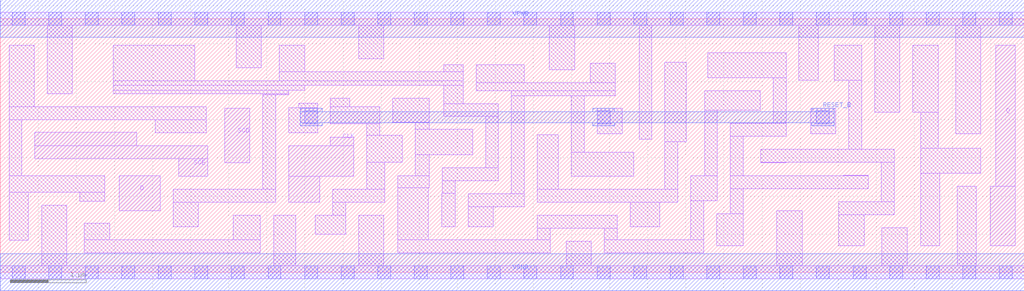
<source format=lef>
# Copyright 2020 The SkyWater PDK Authors
#
# Licensed under the Apache License, Version 2.0 (the "License");
# you may not use this file except in compliance with the License.
# You may obtain a copy of the License at
#
#     https://www.apache.org/licenses/LICENSE-2.0
#
# Unless required by applicable law or agreed to in writing, software
# distributed under the License is distributed on an "AS IS" BASIS,
# WITHOUT WARRANTIES OR CONDITIONS OF ANY KIND, either express or implied.
# See the License for the specific language governing permissions and
# limitations under the License.
#
# SPDX-License-Identifier: Apache-2.0

VERSION 5.7 ;
  NAMESCASESENSITIVE ON ;
  NOWIREEXTENSIONATPIN ON ;
  DIVIDERCHAR "/" ;
  BUSBITCHARS "[]" ;
UNITS
  DATABASE MICRONS 200 ;
END UNITS
MACRO sky130_fd_sc_ms__sdfrtp_1
  CLASS CORE ;
  SOURCE USER ;
  FOREIGN sky130_fd_sc_ms__sdfrtp_1 ;
  ORIGIN  0.000000  0.000000 ;
  SIZE  13.44000 BY  3.330000 ;
  SYMMETRY X Y R90 ;
  SITE unit ;
  PIN D
    ANTENNAGATEAREA  0.178200 ;
    DIRECTION INPUT ;
    USE SIGNAL ;
    PORT
      LAYER li1 ;
        RECT 1.565000 0.810000 2.100000 1.265000 ;
    END
  END D
  PIN Q
    ANTENNADIFFAREA  0.524500 ;
    DIRECTION OUTPUT ;
    USE SIGNAL ;
    PORT
      LAYER li1 ;
        RECT 12.995000 0.350000 13.325000 1.130000 ;
        RECT 13.070000 1.130000 13.325000 2.980000 ;
    END
  END Q
  PIN RESET_B
    ANTENNAGATEAREA  0.455400 ;
    DIRECTION INPUT ;
    USE SIGNAL ;
    PORT
      LAYER met1 ;
        RECT  3.935000 1.920000  4.225000 1.965000 ;
        RECT  3.935000 1.965000 10.945000 2.105000 ;
        RECT  3.935000 2.105000  4.225000 2.150000 ;
        RECT  7.775000 1.920000  8.065000 1.965000 ;
        RECT  7.775000 2.105000  8.065000 2.150000 ;
        RECT 10.655000 1.920000 10.945000 1.965000 ;
        RECT 10.655000 2.105000 10.945000 2.150000 ;
    END
  END RESET_B
  PIN SCD
    ANTENNAGATEAREA  0.178200 ;
    DIRECTION INPUT ;
    USE SIGNAL ;
    PORT
      LAYER li1 ;
        RECT 2.945000 1.440000 3.275000 2.150000 ;
    END
  END SCD
  PIN SCE
    ANTENNAGATEAREA  0.356400 ;
    DIRECTION INPUT ;
    USE SIGNAL ;
    PORT
      LAYER li1 ;
        RECT 0.455000 1.490000 2.725000 1.660000 ;
        RECT 0.455000 1.660000 1.795000 1.835000 ;
        RECT 2.345000 1.260000 2.725000 1.490000 ;
    END
  END SCE
  PIN CLK
    ANTENNAGATEAREA  0.312600 ;
    DIRECTION INPUT ;
    USE CLOCK ;
    PORT
      LAYER li1 ;
        RECT 3.785000 0.920000 4.195000 1.260000 ;
        RECT 3.785000 1.260000 4.640000 1.660000 ;
        RECT 4.335000 1.660000 4.640000 1.775000 ;
    END
  END CLK
  PIN VGND
    DIRECTION INOUT ;
    USE GROUND ;
    PORT
      LAYER met1 ;
        RECT 0.000000 -0.245000 13.440000 0.245000 ;
    END
  END VGND
  PIN VPWR
    DIRECTION INOUT ;
    USE POWER ;
    PORT
      LAYER met1 ;
        RECT 0.000000 3.085000 13.440000 3.575000 ;
    END
  END VPWR
  OBS
    LAYER li1 ;
      RECT  0.000000 -0.085000 13.440000 0.085000 ;
      RECT  0.000000  3.245000 13.440000 3.415000 ;
      RECT  0.115000  0.420000  0.365000 1.050000 ;
      RECT  0.115000  1.050000  1.375000 1.265000 ;
      RECT  0.115000  1.265000  0.285000 2.005000 ;
      RECT  0.115000  2.005000  2.705000 2.175000 ;
      RECT  0.115000  2.175000  0.445000 2.980000 ;
      RECT  0.545000  0.085000  0.875000 0.880000 ;
      RECT  0.615000  2.345000  0.945000 3.245000 ;
      RECT  1.045000  0.935000  1.375000 1.050000 ;
      RECT  1.105000  0.255000  3.410000 0.425000 ;
      RECT  1.105000  0.425000  1.435000 0.640000 ;
      RECT  1.485000  2.345000  3.785000 2.390000 ;
      RECT  1.485000  2.390000  3.995000 2.455000 ;
      RECT  1.485000  2.455000  6.075000 2.515000 ;
      RECT  1.485000  2.515000  2.555000 2.980000 ;
      RECT  2.035000  1.830000  2.705000 2.005000 ;
      RECT  2.270000  0.595000  2.600000 0.920000 ;
      RECT  2.270000  0.920000  3.615000 1.090000 ;
      RECT  3.060000  0.425000  3.410000 0.750000 ;
      RECT  3.095000  2.685000  3.425000 3.245000 ;
      RECT  3.445000  1.090000  3.615000 2.330000 ;
      RECT  3.445000  2.330000  3.785000 2.345000 ;
      RECT  3.590000  0.085000  3.880000 0.750000 ;
      RECT  3.665000  2.515000  6.075000 2.630000 ;
      RECT  3.665000  2.630000  3.995000 2.980000 ;
      RECT  3.785000  1.830000  4.165000 2.160000 ;
      RECT  3.920000  2.160000  4.165000 2.220000 ;
      RECT  4.135000  0.500000  4.535000 0.750000 ;
      RECT  4.335000  1.950000  4.980000 2.170000 ;
      RECT  4.335000  2.170000  4.585000 2.285000 ;
      RECT  4.365000  0.750000  4.535000 0.920000 ;
      RECT  4.365000  0.920000  5.045000 1.090000 ;
      RECT  4.705000  0.085000  5.035000 0.750000 ;
      RECT  4.705000  2.800000  5.035000 3.245000 ;
      RECT  4.810000  1.090000  5.045000 1.445000 ;
      RECT  4.810000  1.445000  5.280000 1.800000 ;
      RECT  4.810000  1.800000  4.980000 1.950000 ;
      RECT  5.155000  1.970000  5.630000 2.285000 ;
      RECT  5.215000  0.255000  7.220000 0.425000 ;
      RECT  5.215000  0.425000  5.620000 1.110000 ;
      RECT  5.215000  1.110000  5.630000 1.265000 ;
      RECT  5.450000  1.265000  5.630000 1.545000 ;
      RECT  5.450000  1.545000  6.200000 1.875000 ;
      RECT  5.450000  1.875000  5.630000 1.970000 ;
      RECT  5.795000  0.595000  5.975000 1.035000 ;
      RECT  5.800000  1.035000  5.975000 1.200000 ;
      RECT  5.800000  1.200000  6.540000 1.370000 ;
      RECT  5.825000  2.045000  6.540000 2.215000 ;
      RECT  5.825000  2.215000  6.075000 2.455000 ;
      RECT  5.825000  2.630000  6.075000 2.725000 ;
      RECT  6.145000  0.595000  6.470000 0.860000 ;
      RECT  6.145000  0.860000  6.880000 1.030000 ;
      RECT  6.250000  2.385000  8.075000 2.490000 ;
      RECT  6.250000  2.490000  6.880000 2.725000 ;
      RECT  6.370000  1.370000  6.540000 2.045000 ;
      RECT  6.710000  1.030000  6.880000 2.320000 ;
      RECT  6.710000  2.320000  8.075000 2.385000 ;
      RECT  7.050000  0.425000  7.220000 0.580000 ;
      RECT  7.050000  0.580000  8.100000 0.750000 ;
      RECT  7.050000  0.920000  8.895000 1.090000 ;
      RECT  7.050000  1.090000  7.325000 1.805000 ;
      RECT  7.205000  2.660000  7.540000 3.245000 ;
      RECT  7.430000  0.085000  7.760000 0.410000 ;
      RECT  7.495000  1.260000  8.315000 1.575000 ;
      RECT  7.495000  1.575000  7.665000 2.320000 ;
      RECT  7.745000  2.490000  8.075000 2.745000 ;
      RECT  7.835000  1.815000  8.165000 2.150000 ;
      RECT  7.930000  0.255000  9.235000 0.425000 ;
      RECT  7.930000  0.425000  8.100000 0.580000 ;
      RECT  8.270000  0.595000  8.655000 0.920000 ;
      RECT  8.385000  1.745000  8.555000 3.245000 ;
      RECT  8.725000  1.090000  8.895000 1.715000 ;
      RECT  8.725000  1.715000  9.005000 2.755000 ;
      RECT  9.065000  0.425000  9.235000 0.940000 ;
      RECT  9.065000  0.940000  9.415000 1.270000 ;
      RECT  9.245000  1.270000  9.415000 2.125000 ;
      RECT  9.245000  2.125000  9.975000 2.380000 ;
      RECT  9.290000  2.550000 10.315000 2.880000 ;
      RECT  9.405000  0.350000  9.755000 0.770000 ;
      RECT  9.585000  0.770000  9.755000 1.095000 ;
      RECT  9.585000  1.095000 11.395000 1.265000 ;
      RECT  9.585000  1.265000  9.755000 1.785000 ;
      RECT  9.585000  1.785000 10.315000 1.955000 ;
      RECT  9.985000  1.435000 10.315000 1.445000 ;
      RECT  9.985000  1.445000 11.735000 1.615000 ;
      RECT 10.145000  1.955000 10.315000 2.550000 ;
      RECT 10.195000  0.085000 10.525000 0.810000 ;
      RECT 10.485000  2.520000 10.735000 3.245000 ;
      RECT 10.640000  1.820000 10.970000 2.150000 ;
      RECT 10.945000  2.520000 11.310000 2.980000 ;
      RECT 11.010000  0.350000 11.340000 0.755000 ;
      RECT 11.010000  0.755000 11.735000 0.925000 ;
      RECT 11.065000  1.265000 11.395000 1.275000 ;
      RECT 11.140000  1.615000 11.310000 2.520000 ;
      RECT 11.480000  2.100000 11.810000 3.245000 ;
      RECT 11.565000  0.925000 11.735000 1.445000 ;
      RECT 11.570000  0.085000 11.905000 0.585000 ;
      RECT 11.980000  2.100000 12.310000 2.980000 ;
      RECT 12.085000  0.350000 12.335000 1.300000 ;
      RECT 12.085000  1.300000 12.870000 1.630000 ;
      RECT 12.085000  1.630000 12.310000 2.100000 ;
      RECT 12.540000  1.820000 12.870000 3.245000 ;
      RECT 12.565000  0.085000 12.815000 1.130000 ;
    LAYER mcon ;
      RECT  0.155000 -0.085000  0.325000 0.085000 ;
      RECT  0.155000  3.245000  0.325000 3.415000 ;
      RECT  0.635000 -0.085000  0.805000 0.085000 ;
      RECT  0.635000  3.245000  0.805000 3.415000 ;
      RECT  1.115000 -0.085000  1.285000 0.085000 ;
      RECT  1.115000  3.245000  1.285000 3.415000 ;
      RECT  1.595000 -0.085000  1.765000 0.085000 ;
      RECT  1.595000  3.245000  1.765000 3.415000 ;
      RECT  2.075000 -0.085000  2.245000 0.085000 ;
      RECT  2.075000  3.245000  2.245000 3.415000 ;
      RECT  2.555000 -0.085000  2.725000 0.085000 ;
      RECT  2.555000  3.245000  2.725000 3.415000 ;
      RECT  3.035000 -0.085000  3.205000 0.085000 ;
      RECT  3.035000  3.245000  3.205000 3.415000 ;
      RECT  3.515000 -0.085000  3.685000 0.085000 ;
      RECT  3.515000  3.245000  3.685000 3.415000 ;
      RECT  3.995000 -0.085000  4.165000 0.085000 ;
      RECT  3.995000  1.950000  4.165000 2.120000 ;
      RECT  3.995000  3.245000  4.165000 3.415000 ;
      RECT  4.475000 -0.085000  4.645000 0.085000 ;
      RECT  4.475000  3.245000  4.645000 3.415000 ;
      RECT  4.955000 -0.085000  5.125000 0.085000 ;
      RECT  4.955000  3.245000  5.125000 3.415000 ;
      RECT  5.435000 -0.085000  5.605000 0.085000 ;
      RECT  5.435000  3.245000  5.605000 3.415000 ;
      RECT  5.915000 -0.085000  6.085000 0.085000 ;
      RECT  5.915000  3.245000  6.085000 3.415000 ;
      RECT  6.395000 -0.085000  6.565000 0.085000 ;
      RECT  6.395000  3.245000  6.565000 3.415000 ;
      RECT  6.875000 -0.085000  7.045000 0.085000 ;
      RECT  6.875000  3.245000  7.045000 3.415000 ;
      RECT  7.355000 -0.085000  7.525000 0.085000 ;
      RECT  7.355000  3.245000  7.525000 3.415000 ;
      RECT  7.835000 -0.085000  8.005000 0.085000 ;
      RECT  7.835000  1.950000  8.005000 2.120000 ;
      RECT  7.835000  3.245000  8.005000 3.415000 ;
      RECT  8.315000 -0.085000  8.485000 0.085000 ;
      RECT  8.315000  3.245000  8.485000 3.415000 ;
      RECT  8.795000 -0.085000  8.965000 0.085000 ;
      RECT  8.795000  3.245000  8.965000 3.415000 ;
      RECT  9.275000 -0.085000  9.445000 0.085000 ;
      RECT  9.275000  3.245000  9.445000 3.415000 ;
      RECT  9.755000 -0.085000  9.925000 0.085000 ;
      RECT  9.755000  3.245000  9.925000 3.415000 ;
      RECT 10.235000 -0.085000 10.405000 0.085000 ;
      RECT 10.235000  3.245000 10.405000 3.415000 ;
      RECT 10.715000 -0.085000 10.885000 0.085000 ;
      RECT 10.715000  1.950000 10.885000 2.120000 ;
      RECT 10.715000  3.245000 10.885000 3.415000 ;
      RECT 11.195000 -0.085000 11.365000 0.085000 ;
      RECT 11.195000  3.245000 11.365000 3.415000 ;
      RECT 11.675000 -0.085000 11.845000 0.085000 ;
      RECT 11.675000  3.245000 11.845000 3.415000 ;
      RECT 12.155000 -0.085000 12.325000 0.085000 ;
      RECT 12.155000  3.245000 12.325000 3.415000 ;
      RECT 12.635000 -0.085000 12.805000 0.085000 ;
      RECT 12.635000  3.245000 12.805000 3.415000 ;
      RECT 13.115000 -0.085000 13.285000 0.085000 ;
      RECT 13.115000  3.245000 13.285000 3.415000 ;
  END
END sky130_fd_sc_ms__sdfrtp_1
END LIBRARY

</source>
